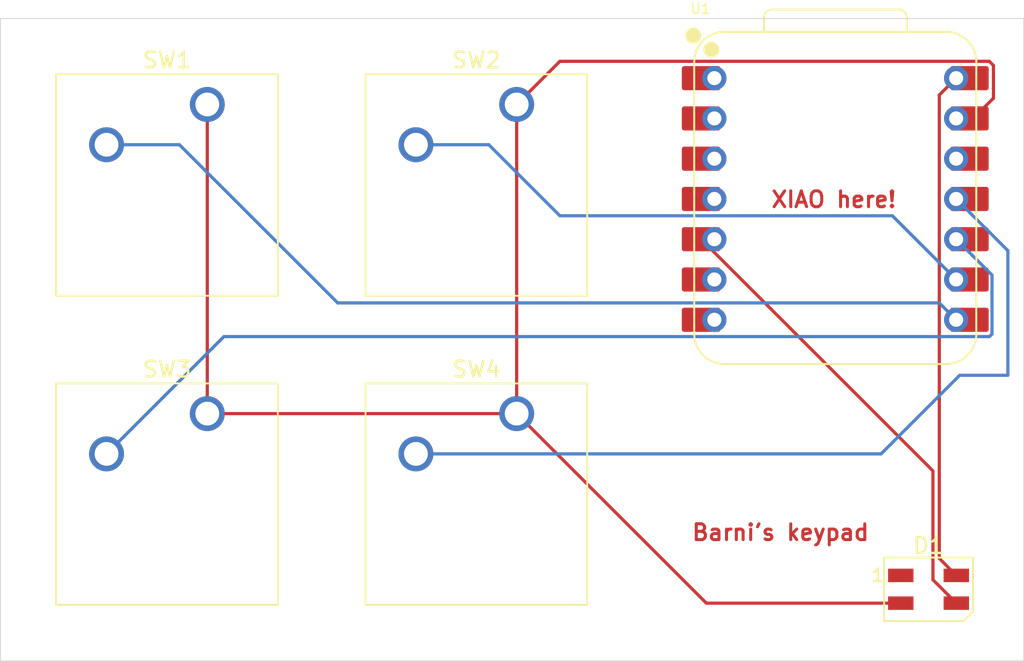
<source format=kicad_pcb>
(kicad_pcb (version 20240108) (generator "pcbnew") (generator_version "8.0")
  (layers (0 "F.Cu" signal) (31 "B.Cu" signal) (34 "B.Paste" user) (35 "F.Paste" user) (36 "B.SilkS" user "B.Silkscreen") (37 "F.SilkS" user "F.Silkscreen") (38 "B.Mask" user) (39 "F.Mask" user) (44 "Edge.Cuts" user))
  (net 0 "")
  (net 1 "GND")
  (net 2 "+5V")
  (net 4 "Net-(D1-DIN)")
  (net 5 "Net-(U1-GPIO1{slash}RX)")
  (net 6 "Net-(U1-GPIO2{slash}SCK)")
  (net 7 "Net-(U1-GPIO4{slash}MISO)")
  (net 8 "Net-(U1-GPIO3{slash}MOSI)")
  (footprint "Button_Switch_Keyboard:SW_Cherry_MX_1.00u_PCB" (layer "F.Cu") (at 81.54 54.42)
    (property "Reference" "SW2" (at -2.54 -2.794 0) (layer "F.SilkS"))
    (property "Value" "SW_Push")
    (fp_line (start -9.525 -1.905) (end 4.445 -1.905) (stroke (width 0.12)) (layer "F.SilkS"))
    (fp_line (start -9.525 12.065) (end -9.525 -1.905) (stroke (width 0.12)) (layer "F.SilkS"))
    (fp_line (start 4.445 -1.905) (end 4.445 12.065) (stroke (width 0.12)) (layer "F.SilkS"))
    (fp_line (start 4.445 12.065) (end -9.525 12.065) (stroke (width 0.12)) (layer "F.SilkS"))
    (pad "" np_thru_hole circle (at -7.62 5.08) (size 1.7 1.7) (drill 1.7) (layers "*.Cu" "*.Mask"))
    (pad "" np_thru_hole circle (at -2.54 5.08) (size 4 4) (drill 4) (layers "*.Cu" "*.Mask"))
    (pad "" np_thru_hole circle (at 2.54 5.08) (size 1.7 1.7) (drill 1.7) (layers "*.Cu" "*.Mask"))
    (pad "1" thru_hole circle (at 0 0) (size 2.2 2.2) (drill 1.5) (layers "*.Cu" "*.Mask") (net 1 "GND"))
    (pad "2" thru_hole circle (at -6.35 2.54) (size 2.2 2.2) (drill 1.5) (layers "*.Cu" "*.Mask") (net 6 "Net-(U1-GPIO2{slash}SCK)"))
  )
  (footprint "Button_Switch_Keyboard:SW_Cherry_MX_1.00u_PCB" (layer "F.Cu") (at 62.04 73.92)
    (property "Reference" "SW3" (at -2.54 -2.794 0) (layer "F.SilkS"))
    (property "Value" "SW_Push")
    (fp_line (start -9.525 -1.905) (end 4.445 -1.905) (stroke (width 0.12)) (layer "F.SilkS"))
    (fp_line (start -9.525 12.065) (end -9.525 -1.905) (stroke (width 0.12)) (layer "F.SilkS"))
    (fp_line (start 4.445 -1.905) (end 4.445 12.065) (stroke (width 0.12)) (layer "F.SilkS"))
    (fp_line (start 4.445 12.065) (end -9.525 12.065) (stroke (width 0.12)) (layer "F.SilkS"))
    (pad "" np_thru_hole circle (at -7.62 5.08) (size 1.7 1.7) (drill 1.7) (layers "*.Cu" "*.Mask"))
    (pad "" np_thru_hole circle (at -2.54 5.08) (size 4 4) (drill 4) (layers "*.Cu" "*.Mask"))
    (pad "" np_thru_hole circle (at 2.54 5.08) (size 1.7 1.7) (drill 1.7) (layers "*.Cu" "*.Mask"))
    (pad "1" thru_hole circle (at 0 0) (size 2.2 2.2) (drill 1.5) (layers "*.Cu" "*.Mask") (net 1 "GND"))
    (pad "2" thru_hole circle (at -6.35 2.54) (size 2.2 2.2) (drill 1.5) (layers "*.Cu" "*.Mask") (net 7 "Net-(U1-GPIO4{slash}MISO)"))
  )
  (footprint "Button_Switch_Keyboard:SW_Cherry_MX_1.00u_PCB" (layer "F.Cu") (at 62.04 54.42)
    (property "Reference" "SW1" (at -2.54 -2.794 0) (layer "F.SilkS"))
    (property "Value" "SW_Push")
    (fp_line (start -9.525 -1.905) (end 4.445 -1.905) (stroke (width 0.12)) (layer "F.SilkS"))
    (fp_line (start -9.525 12.065) (end -9.525 -1.905) (stroke (width 0.12)) (layer "F.SilkS"))
    (fp_line (start 4.445 -1.905) (end 4.445 12.065) (stroke (width 0.12)) (layer "F.SilkS"))
    (fp_line (start 4.445 12.065) (end -9.525 12.065) (stroke (width 0.12)) (layer "F.SilkS"))
    (pad "" np_thru_hole circle (at -7.62 5.08) (size 1.7 1.7) (drill 1.7) (layers "*.Cu" "*.Mask"))
    (pad "" np_thru_hole circle (at -2.54 5.08) (size 4 4) (drill 4) (layers "*.Cu" "*.Mask"))
    (pad "" np_thru_hole circle (at 2.54 5.08) (size 1.7 1.7) (drill 1.7) (layers "*.Cu" "*.Mask"))
    (pad "1" thru_hole circle (at 0 0) (size 2.2 2.2) (drill 1.5) (layers "*.Cu" "*.Mask") (net 1 "GND"))
    (pad "2" thru_hole circle (at -6.35 2.54) (size 2.2 2.2) (drill 1.5) (layers "*.Cu" "*.Mask") (net 5 "Net-(U1-GPIO1{slash}RX)"))
  )
  (footprint "OPL:XIAO-RP2040-DIP" (layer "F.Cu") (at 101.62 60.38)
    (property "Reference" "U1" (at -8.5 -12 0) (layer "F.SilkS") (effects (font (size 0.635 0.635) (thickness 0.1016))))
    (property "Value" "XIAO-RP2040-DIP")
    (fp_line (start -8.89 8.509) (end -8.89 -8.636) (stroke (width 0.127)) (layer "F.SilkS"))
    (fp_line (start -6.985 10.414) (end 6.985 10.414) (stroke (width 0.127)) (layer "F.SilkS"))
    (fp_line (start -4.495 -10.541) (end -4.491272 -11.451272) (stroke (width 0.127)) (layer "F.SilkS"))
    (fp_line (start -3.991272 -11.951) (end 4.004 -11.951) (stroke (width 0.127)) (layer "F.SilkS"))
    (fp_line (start 4.504 -11.451) (end 4.504 -10.541) (stroke (width 0.127)) (layer "F.SilkS"))
    (fp_line (start 6.985 -10.541) (end -6.985 -10.541) (stroke (width 0.1)) (layer "F.SilkS"))
    (fp_line (start 6.985 -10.541) (end -6.985 -10.541) (stroke (width 0.127)) (layer "F.SilkS"))
    (fp_line (start 8.89 8.509) (end 8.89 -8.636) (stroke (width 0.127)) (layer "F.SilkS"))
    (fp_arc (start -8.89 -8.636) (mid -8.332038 -9.983038) (end -6.985 -10.541) (stroke (width 0.127)) (layer "F.SilkS"))
    (fp_arc (start -6.985 10.414) (mid -8.332038 9.856038) (end -8.89 8.509) (stroke (width 0.127)) (layer "F.SilkS"))
    (fp_arc (start -4.491272 -11.451272) (mid -4.344724 -11.804644) (end -3.991272 -11.951) (stroke (width 0.127)) (layer "F.SilkS"))
    (fp_arc (start 4.004 -11.951) (mid 4.357553 -11.804553) (end 4.504 -11.451) (stroke (width 0.127)) (layer "F.SilkS"))
    (fp_arc (start 6.985 -10.541) (mid 8.332038 -9.983038) (end 8.89 -8.636) (stroke (width 0.127)) (layer "F.SilkS"))
    (fp_arc (start 8.89 8.509) (mid 8.332038 9.856038) (end 6.985 10.414) (stroke (width 0.127)) (layer "F.SilkS"))
    (fp_circle (center -8.95 -10.3) (end -8.95 -10.554) (stroke (width 0.5)) (fill solid) (layer "F.SilkS"))
    (fp_circle (center -7.807 -9.42) (end -7.807 -9.674) (stroke (width 0.5)) (fill solid) (layer "F.SilkS"))
    (pad "1" smd roundrect (at -8.455 -7.62 180) (size 2.432 1.524) (layers "F.Cu" "F.Mask") (roundrect_rratio 0.1))
    (pad "1" thru_hole circle (at -7.62 -7.62 180) (size 1.524 1.524) (drill 0.889) (layers "*.Cu" "*.Mask"))
    (pad "2" smd roundrect (at -8.455 -5.08 180) (size 2.432 1.524) (layers "F.Cu" "F.Mask") (roundrect_rratio 0.1))
    (pad "2" thru_hole circle (at -7.62 -5.08 180) (size 1.524 1.524) (drill 0.889) (layers "*.Cu" "*.Mask"))
    (pad "3" smd roundrect (at -8.455 -2.54 180) (size 2.432 1.524) (layers "F.Cu" "F.Mask") (roundrect_rratio 0.1))
    (pad "3" thru_hole circle (at -7.62 -2.54 180) (size 1.524 1.524) (drill 0.889) (layers "*.Cu" "*.Mask"))
    (pad "4" smd roundrect (at -8.455 0 180) (size 2.432 1.524) (layers "F.Cu" "F.Mask") (roundrect_rratio 0.1))
    (pad "4" thru_hole circle (at -7.62 0 180) (size 1.524 1.524) (drill 0.889) (layers "*.Cu" "*.Mask"))
    (pad "5" smd roundrect (at -8.455 2.54 180) (size 2.432 1.524) (layers "F.Cu" "F.Mask") (roundrect_rratio 0.1) (net 4 "Net-(D1-DIN)"))
    (pad "5" thru_hole circle (at -7.62 2.54 180) (size 1.524 1.524) (drill 0.889) (layers "*.Cu" "*.Mask") (net 4 "Net-(D1-DIN)"))
    (pad "6" smd roundrect (at -8.455 5.08 180) (size 2.432 1.524) (layers "F.Cu" "F.Mask") (roundrect_rratio 0.1))
    (pad "6" thru_hole circle (at -7.62 5.08 180) (size 1.524 1.524) (drill 0.889) (layers "*.Cu" "*.Mask"))
    (pad "7" smd roundrect (at -8.455 7.62 180) (size 2.432 1.524) (layers "F.Cu" "F.Mask") (roundrect_rratio 0.1))
    (pad "7" thru_hole circle (at -7.62 7.62 180) (size 1.524 1.524) (drill 0.889) (layers "*.Cu" "*.Mask"))
    (pad "8" thru_hole circle (at 7.62 7.62) (size 1.524 1.524) (drill 0.889) (layers "*.Cu" "*.Mask") (net 5 "Net-(U1-GPIO1{slash}RX)"))
    (pad "8" smd roundrect (at 8.455 7.62) (size 2.432 1.524) (layers "F.Cu" "F.Mask") (roundrect_rratio 0.1) (net 5 "Net-(U1-GPIO1{slash}RX)"))
    (pad "9" thru_hole circle (at 7.62 5.08) (size 1.524 1.524) (drill 0.889) (layers "*.Cu" "*.Mask") (net 6 "Net-(U1-GPIO2{slash}SCK)"))
    (pad "9" smd roundrect (at 8.455 5.08) (size 2.432 1.524) (layers "F.Cu" "F.Mask") (roundrect_rratio 0.1) (net 6 "Net-(U1-GPIO2{slash}SCK)"))
    (pad "10" thru_hole circle (at 7.62 2.54) (size 1.524 1.524) (drill 0.889) (layers "*.Cu" "*.Mask") (net 7 "Net-(U1-GPIO4{slash}MISO)"))
    (pad "10" smd roundrect (at 8.455 2.54) (size 2.432 1.524) (layers "F.Cu" "F.Mask") (roundrect_rratio 0.1) (net 7 "Net-(U1-GPIO4{slash}MISO)"))
    (pad "11" thru_hole circle (at 7.62 0) (size 1.524 1.524) (drill 0.889) (layers "*.Cu" "*.Mask") (net 8 "Net-(U1-GPIO3{slash}MOSI)"))
    (pad "11" smd roundrect (at 8.455 0) (size 2.432 1.524) (layers "F.Cu" "F.Mask") (roundrect_rratio 0.1) (net 8 "Net-(U1-GPIO3{slash}MOSI)"))
    (pad "12" thru_hole circle (at 7.62 -2.54) (size 1.524 1.524) (drill 0.889) (layers "*.Cu" "*.Mask"))
    (pad "12" smd roundrect (at 8.455 -2.54) (size 2.432 1.524) (layers "F.Cu" "F.Mask") (roundrect_rratio 0.1))
    (pad "13" thru_hole circle (at 7.62 -5.08) (size 1.524 1.524) (drill 0.889) (layers "*.Cu" "*.Mask") (net 1 "GND"))
    (pad "13" smd roundrect (at 8.455 -5.08) (size 2.432 1.524) (layers "F.Cu" "F.Mask") (roundrect_rratio 0.1) (net 1 "GND"))
    (pad "14" thru_hole circle (at 7.62 -7.62) (size 1.524 1.524) (drill 0.889) (layers "*.Cu" "*.Mask") (net 2 "+5V"))
    (pad "14" smd roundrect (at 8.455 -7.62) (size 2.432 1.524) (layers "F.Cu" "F.Mask") (roundrect_rratio 0.1) (net 2 "+5V"))
  )
  (footprint "Button_Switch_Keyboard:SW_Cherry_MX_1.00u_PCB" (layer "F.Cu") (at 81.54 73.92)
    (property "Reference" "SW4" (at -2.54 -2.794 0) (layer "F.SilkS"))
    (property "Value" "SW_Push")
    (fp_line (start -9.525 -1.905) (end 4.445 -1.905) (stroke (width 0.12)) (layer "F.SilkS"))
    (fp_line (start -9.525 12.065) (end -9.525 -1.905) (stroke (width 0.12)) (layer "F.SilkS"))
    (fp_line (start 4.445 -1.905) (end 4.445 12.065) (stroke (width 0.12)) (layer "F.SilkS"))
    (fp_line (start 4.445 12.065) (end -9.525 12.065) (stroke (width 0.12)) (layer "F.SilkS"))
    (pad "" np_thru_hole circle (at -7.62 5.08) (size 1.7 1.7) (drill 1.7) (layers "*.Cu" "*.Mask"))
    (pad "" np_thru_hole circle (at -2.54 5.08) (size 4 4) (drill 4) (layers "*.Cu" "*.Mask"))
    (pad "" np_thru_hole circle (at 2.54 5.08) (size 1.7 1.7) (drill 1.7) (layers "*.Cu" "*.Mask"))
    (pad "1" thru_hole circle (at 0 0) (size 2.2 2.2) (drill 1.5) (layers "*.Cu" "*.Mask") (net 1 "GND"))
    (pad "2" thru_hole circle (at -6.35 2.54) (size 2.2 2.2) (drill 1.5) (layers "*.Cu" "*.Mask") (net 8 "Net-(U1-GPIO3{slash}MOSI)"))
  )
  (footprint "LED_SMD:LED_SK6812MINI_PLCC4_3.5x3.5mm_P1.75mm" (layer "F.Cu") (at 107.5 85)
    (property "Reference" "D1" (at 0 -2.75 0) (layer "F.SilkS"))
    (property "Value" "SK6812MINI")
    (fp_line (start -2.8 -2) (end -2.8 2) (stroke (width 0.12)) (layer "F.SilkS"))
    (fp_line (start -2.8 -2) (end 2.8 -2) (stroke (width 0.12)) (layer "F.SilkS"))
    (fp_line (start -2.8 2) (end 2.2 2) (stroke (width 0.12)) (layer "F.SilkS"))
    (fp_line (start 2.8 1.4) (end 2.2 2) (stroke (width 0.12)) (layer "F.SilkS"))
    (fp_line (start 2.8 1.4) (end 2.8 -2) (stroke (width 0.12)) (layer "F.SilkS"))
    (fp_text user "1" (at -3.2 -0.875 0) (layer "F.SilkS") (effects (font (size 0.8 0.8))))
    (pad "1" smd rect (at -1.75 -0.875) (size 1.6 0.85) (layers "F.Cu" "F.Paste" "F.Mask"))
    (pad "2" smd rect (at -1.75 0.875) (size 1.6 0.85) (layers "F.Cu" "F.Paste" "F.Mask") (net 1 "GND"))
    (pad "3" smd rect (at 1.75 0.875) (size 1.6 0.85) (layers "F.Cu" "F.Paste" "F.Mask") (net 4 "Net-(D1-DIN)"))
    (pad "4" smd rect (at 1.75 -0.875) (size 1.6 0.85) (layers "F.Cu" "F.Paste" "F.Mask") (net 2 "+5V"))
  )
  (gr_rect (start 49 49) (end 113.5 89.5) (stroke (width 0.05)) (fill none) (layer "Edge.Cuts"))
  (gr_text "Barni's keypad" (at 92.5 82 0) (layer "F.Cu") (effects (font (size 1 1) (thickness 0.1875)) (justify left bottom)))
  (gr_text "XIAO here!" (at 97.5 61 0) (layer "F.Cu") (effects (font (size 1 1) (thickness 0.1875)) (justify left bottom)))
  (segment (start 111.591 51.958786) (end 111.330214 51.698) (width 0.2) (layer "F.Cu") (net 1))
  (segment (start 109.24 55.3) (end 110.31763 55.3) (width 0.2) (layer "F.Cu") (net 1))
  (segment (start 105.75 85.875) (end 93.495 85.875) (width 0.2) (layer "F.Cu") (net 1))
  (segment (start 81.54 73.92) (end 62.04 73.92) (width 0.2) (layer "F.Cu") (net 1))
  (segment (start 111.591 54.02663) (end 111.591 51.958786) (width 0.2) (layer "F.Cu") (net 1))
  (segment (start 93.495 85.875) (end 81.54 73.92) (width 0.2) (layer "F.Cu") (net 1))
  (segment (start 111.330214 51.698) (end 84.262 51.698) (width 0.2) (layer "F.Cu") (net 1))
  (segment (start 81.54 73.92) (end 81.54 54.42) (width 0.2) (layer "F.Cu") (net 1))
  (segment (start 110.31763 55.3) (end 111.591 54.02663) (width 0.2) (layer "F.Cu") (net 1))
  (segment (start 84.262 51.698) (end 81.54 54.42) (width 0.2) (layer "F.Cu") (net 1))
  (segment (start 62.04 54.42) (end 62.04 73.92) (width 0.2) (layer "F.Cu") (net 1))
  (segment (start 108.178 83.053) (end 108.178 53.822) (width 0.2) (layer "F.Cu") (net 2))
  (segment (start 109.25 84.125) (end 108.178 83.053) (width 0.2) (layer "F.Cu") (net 2))
  (segment (start 108.178 53.822) (end 109.24 52.76) (width 0.2) (layer "F.Cu") (net 2))
  (segment (start 107.778 77.533) (end 93.165 62.92) (width 0.2) (layer "F.Cu") (net 4))
  (segment (start 109.25 85.875) (end 107.778 84.403) (width 0.2) (layer "F.Cu") (net 4))
  (segment (start 107.778 84.403) (end 107.778 77.533) (width 0.2) (layer "F.Cu") (net 4))
  (segment (start 70.261402 66.938) (end 108.178 66.938) (width 0.2) (layer "B.Cu") (net 5))
  (segment (start 108.178 66.938) (end 109.24 68) (width 0.2) (layer "B.Cu") (net 5))
  (segment (start 60.283402 56.96) (end 70.261402 66.938) (width 0.2) (layer "B.Cu") (net 5))
  (segment (start 55.69 56.96) (end 60.283402 56.96) (width 0.2) (layer "B.Cu") (net 5))
  (segment (start 79.783402 56.96) (end 75.19 56.96) (width 0.2) (layer "B.Cu") (net 6))
  (segment (start 84.265402 61.442) (end 79.783402 56.96) (width 0.2) (layer "B.Cu") (net 6))
  (segment (start 109.24 65.46) (end 105.222 61.442) (width 0.2) (layer "B.Cu") (net 6))
  (segment (start 105.222 61.442) (end 84.265402 61.442) (width 0.2) (layer "B.Cu") (net 6))
  (segment (start 111.5 65.18) (end 109.24 62.92) (width 0.2) (layer "B.Cu") (net 7))
  (segment (start 63.088 69.062) (end 111.338 69.062) (width 0.2) (layer "B.Cu") (net 7))
  (segment (start 55.69 76.46) (end 63.088 69.062) (width 0.2) (layer "B.Cu") (net 7))
  (segment (start 111.5 68.9) (end 111.5 65.18) (width 0.2) (layer "B.Cu") (net 7))
  (segment (start 111.338 69.062) (end 111.5 68.9) (width 0.2) (layer "B.Cu") (net 7))
  (segment (start 104.505686 76.46) (end 109.465686 71.5) (width 0.2) (layer "B.Cu") (net 8))
  (segment (start 112.5 71.5) (end 112.5 63.64) (width 0.2) (layer "B.Cu") (net 8))
  (segment (start 75.19 76.46) (end 104.505686 76.46) (width 0.2) (layer "B.Cu") (net 8))
  (segment (start 109.465686 71.5) (end 112.5 71.5) (width 0.2) (layer "B.Cu") (net 8))
  (segment (start 112.5 63.64) (end 109.24 60.38) (width 0.2) (layer "B.Cu") (net 8))
)
</source>
